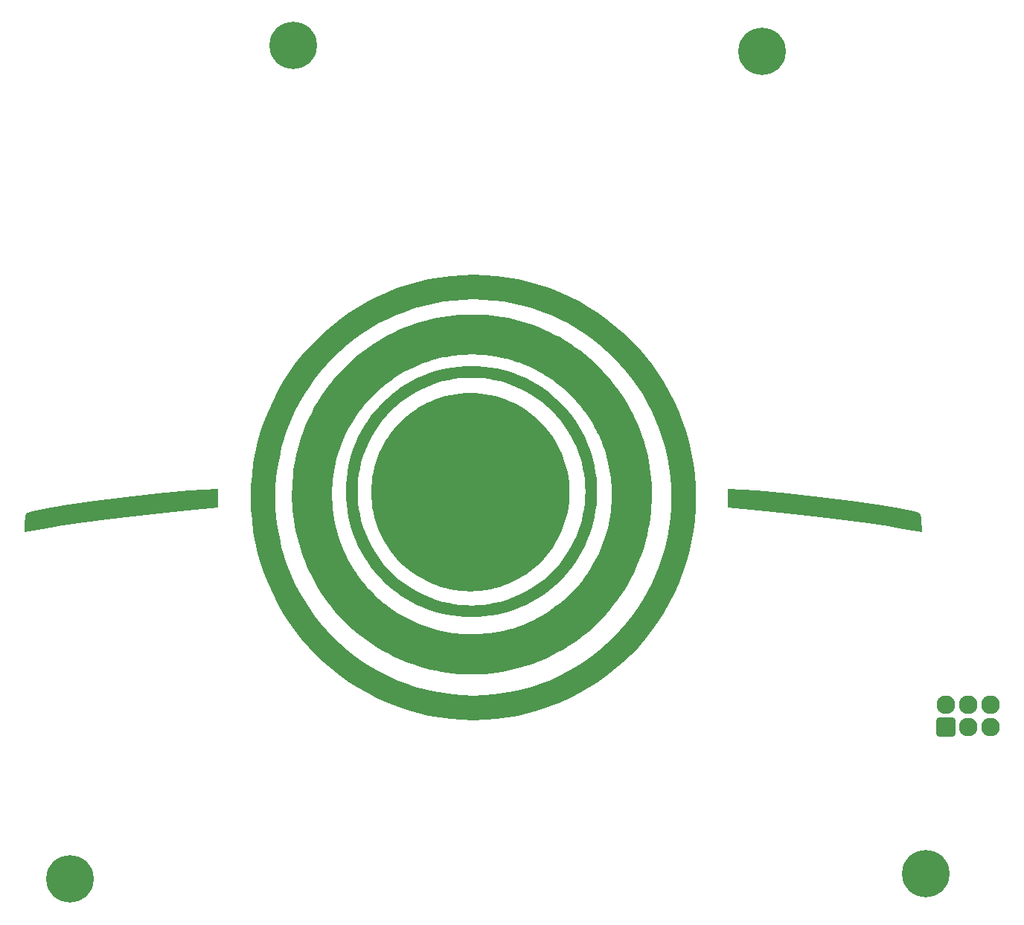
<source format=gbr>
%TF.GenerationSoftware,KiCad,Pcbnew,9.0.3*%
%TF.CreationDate,2026-01-04T11:16:32-06:00*%
%TF.ProjectId,CC14_Outer,43433134-5f4f-4757-9465-722e6b696361,v1*%
%TF.SameCoordinates,Original*%
%TF.FileFunction,Soldermask,Top*%
%TF.FilePolarity,Negative*%
%FSLAX46Y46*%
G04 Gerber Fmt 4.6, Leading zero omitted, Abs format (unit mm)*
G04 Created by KiCad (PCBNEW 9.0.3) date 2026-01-04 11:16:32*
%MOMM*%
%LPD*%
G01*
G04 APERTURE LIST*
G04 Aperture macros list*
%AMRoundRect*
0 Rectangle with rounded corners*
0 $1 Rounding radius*
0 $2 $3 $4 $5 $6 $7 $8 $9 X,Y pos of 4 corners*
0 Add a 4 corners polygon primitive as box body*
4,1,4,$2,$3,$4,$5,$6,$7,$8,$9,$2,$3,0*
0 Add four circle primitives for the rounded corners*
1,1,$1+$1,$2,$3*
1,1,$1+$1,$4,$5*
1,1,$1+$1,$6,$7*
1,1,$1+$1,$8,$9*
0 Add four rect primitives between the rounded corners*
20,1,$1+$1,$2,$3,$4,$5,0*
20,1,$1+$1,$4,$5,$6,$7,0*
20,1,$1+$1,$6,$7,$8,$9,0*
20,1,$1+$1,$8,$9,$2,$3,0*%
G04 Aperture macros list end*
%ADD10C,0.000000*%
%ADD11C,5.400000*%
%ADD12O,2.127200X2.127200*%
%ADD13RoundRect,0.200000X-0.863600X0.863600X-0.863600X-0.863600X0.863600X-0.863600X0.863600X0.863600X0*%
%ADD14C,2.127200*%
G04 APERTURE END LIST*
D10*
G36*
X96356163Y-95568133D02*
G01*
X96974217Y-95590018D01*
X97591345Y-95630483D01*
X98206988Y-95689454D01*
X98820585Y-95766858D01*
X99431578Y-95862622D01*
X100039407Y-95976673D01*
X100643513Y-96108938D01*
X101243335Y-96259344D01*
X101838314Y-96427817D01*
X102427891Y-96614284D01*
X103011506Y-96818673D01*
X103588600Y-97040910D01*
X104158613Y-97280922D01*
X104720986Y-97538636D01*
X105343639Y-97847559D01*
X105955158Y-98177747D01*
X106554951Y-98528676D01*
X107142428Y-98899822D01*
X107716997Y-99290662D01*
X108278065Y-99700671D01*
X108825042Y-100129327D01*
X109357336Y-100576105D01*
X109874355Y-101040482D01*
X110375508Y-101521934D01*
X110860204Y-102019937D01*
X111327850Y-102533968D01*
X111777855Y-103063502D01*
X112209627Y-103608018D01*
X112622576Y-104166989D01*
X113016109Y-104739893D01*
X113357894Y-105273039D01*
X113682759Y-105816617D01*
X113990485Y-106370058D01*
X114280852Y-106932797D01*
X114553644Y-107504264D01*
X114808640Y-108083893D01*
X115045624Y-108671117D01*
X115264376Y-109265366D01*
X115464678Y-109866076D01*
X115646313Y-110472677D01*
X115809060Y-111084602D01*
X115952702Y-111701284D01*
X116077021Y-112322155D01*
X116181798Y-112946649D01*
X116266814Y-113574196D01*
X116331852Y-114204231D01*
X116379526Y-114851159D01*
X116406650Y-115499284D01*
X116413284Y-116147959D01*
X116399489Y-116796539D01*
X116365324Y-117444377D01*
X116310852Y-118090827D01*
X116236131Y-118735244D01*
X116141224Y-119376980D01*
X116026189Y-120015391D01*
X115891088Y-120649829D01*
X115735981Y-121279649D01*
X115560929Y-121904206D01*
X115365992Y-122522852D01*
X115151231Y-123134942D01*
X114916706Y-123739829D01*
X114662478Y-124336868D01*
X114364232Y-124979282D01*
X114043590Y-125610690D01*
X113701092Y-126230451D01*
X113337280Y-126837925D01*
X112952693Y-127432474D01*
X112547875Y-128013458D01*
X112123364Y-128580236D01*
X111679703Y-129132169D01*
X111217431Y-129668617D01*
X110737091Y-130188941D01*
X110239223Y-130692500D01*
X109724368Y-131178655D01*
X109193067Y-131646767D01*
X108645861Y-132096195D01*
X108083290Y-132526300D01*
X107505897Y-132936442D01*
X106942022Y-133310274D01*
X106365915Y-133664851D01*
X105778274Y-133999913D01*
X105179797Y-134315205D01*
X104571179Y-134610466D01*
X103953120Y-134885441D01*
X103326315Y-135139870D01*
X102691463Y-135373497D01*
X102049260Y-135586064D01*
X101400404Y-135777312D01*
X100745592Y-135946985D01*
X100085522Y-136094824D01*
X99420890Y-136220571D01*
X98752394Y-136323969D01*
X98080731Y-136404760D01*
X97406599Y-136462686D01*
X97191557Y-136476946D01*
X96976377Y-136488861D01*
X96545703Y-136505864D01*
X96114762Y-136514119D01*
X95683740Y-136514048D01*
X95040104Y-136496741D01*
X94397385Y-136458926D01*
X93756204Y-136400750D01*
X93117181Y-136322358D01*
X92480940Y-136223896D01*
X91848099Y-136105509D01*
X91219281Y-135967344D01*
X90595107Y-135809547D01*
X89976198Y-135632262D01*
X89363175Y-135435637D01*
X88756659Y-135219816D01*
X88157272Y-134984945D01*
X87565634Y-134731171D01*
X86982366Y-134458639D01*
X86408091Y-134167495D01*
X85843428Y-133857884D01*
X85230774Y-133496204D01*
X84631323Y-133113212D01*
X84045672Y-132709507D01*
X83474421Y-132285689D01*
X82918169Y-131842357D01*
X82377514Y-131380108D01*
X81853056Y-130899543D01*
X81345394Y-130401260D01*
X80855126Y-129885858D01*
X80382851Y-129353937D01*
X79929169Y-128806094D01*
X79494678Y-128242930D01*
X79079977Y-127665043D01*
X78685665Y-127073032D01*
X78312341Y-126467496D01*
X77960604Y-125849033D01*
X77677371Y-125312500D01*
X77410506Y-124767709D01*
X77160143Y-124215176D01*
X76926420Y-123655417D01*
X76709471Y-123088947D01*
X76509432Y-122516281D01*
X76326440Y-121937937D01*
X76160630Y-121354429D01*
X76012137Y-120766273D01*
X75881098Y-120173985D01*
X75767647Y-119578081D01*
X75671922Y-118979076D01*
X75594057Y-118377486D01*
X75534189Y-117773828D01*
X75492453Y-117168615D01*
X75468984Y-116562366D01*
X75464070Y-116097144D01*
X80026431Y-116097144D01*
X80028556Y-116307129D01*
X80030428Y-116409070D01*
X80033003Y-116499545D01*
X80039525Y-116695625D01*
X80048474Y-116891605D01*
X80059841Y-117087457D01*
X80073620Y-117283153D01*
X80089804Y-117478666D01*
X80108385Y-117673968D01*
X80129357Y-117869031D01*
X80152713Y-118063827D01*
X80159127Y-118109692D01*
X80167274Y-118171549D01*
X80176225Y-118238641D01*
X80185053Y-118300211D01*
X80260203Y-118778722D01*
X80350210Y-119254598D01*
X80454903Y-119727419D01*
X80574110Y-120196772D01*
X80707661Y-120662237D01*
X80855384Y-121123400D01*
X81017108Y-121579843D01*
X81192661Y-122031150D01*
X81381872Y-122476904D01*
X81584570Y-122916689D01*
X81800583Y-123350088D01*
X82029741Y-123776684D01*
X82271872Y-124196061D01*
X82526805Y-124607802D01*
X82794367Y-125011491D01*
X83074389Y-125406711D01*
X83301027Y-125710099D01*
X83534859Y-126007947D01*
X83775728Y-126300115D01*
X84023476Y-126586463D01*
X84277946Y-126866851D01*
X84538980Y-127141139D01*
X84806420Y-127409187D01*
X85080109Y-127670854D01*
X85359890Y-127926002D01*
X85645605Y-128174490D01*
X85937097Y-128416177D01*
X86234207Y-128650924D01*
X86536779Y-128878591D01*
X86844655Y-129099038D01*
X87157678Y-129312125D01*
X87475689Y-129517712D01*
X87562380Y-129571577D01*
X87659563Y-129631238D01*
X87753220Y-129688139D01*
X87829335Y-129733723D01*
X88306353Y-130005775D01*
X88792523Y-130261107D01*
X89287242Y-130499447D01*
X89789910Y-130720526D01*
X90299924Y-130924073D01*
X90816684Y-131109818D01*
X91339586Y-131277491D01*
X91868031Y-131426821D01*
X92098273Y-131485851D01*
X92521229Y-131584339D01*
X92946716Y-131671135D01*
X93374413Y-131746247D01*
X93803999Y-131809686D01*
X94235151Y-131861462D01*
X94667549Y-131901586D01*
X95100871Y-131930066D01*
X95534796Y-131946915D01*
X95638555Y-131949005D01*
X95701949Y-131950051D01*
X95750684Y-131950477D01*
X95938233Y-131951933D01*
X95938232Y-131951932D01*
X95938230Y-131951930D01*
X95938229Y-131951928D01*
X95938227Y-131951927D01*
X95938226Y-131951925D01*
X95938225Y-131951923D01*
X95938223Y-131951920D01*
X95938221Y-131951917D01*
X95938220Y-131951914D01*
X95938219Y-131951910D01*
X95938218Y-131951907D01*
X95938217Y-131951904D01*
X95938217Y-131951900D01*
X95938216Y-131951897D01*
X95938216Y-131951894D01*
X95938216Y-131951891D01*
X95938216Y-131951887D01*
X95938216Y-131951881D01*
X96450422Y-131944244D01*
X96962093Y-131919955D01*
X97472705Y-131879119D01*
X97981736Y-131821841D01*
X98488662Y-131748223D01*
X98992960Y-131658371D01*
X99494107Y-131552389D01*
X99991581Y-131430381D01*
X100484859Y-131292452D01*
X100973416Y-131138706D01*
X101456731Y-130969247D01*
X101934281Y-130784180D01*
X102405542Y-130583609D01*
X102869991Y-130367638D01*
X103327106Y-130136371D01*
X103776363Y-129889914D01*
X104227454Y-129624537D01*
X104669395Y-129344316D01*
X105101787Y-129049639D01*
X105524231Y-128740895D01*
X105936325Y-128418471D01*
X106337671Y-128082758D01*
X106727868Y-127734143D01*
X107106515Y-127373015D01*
X107473214Y-126999762D01*
X107827564Y-126614773D01*
X108169165Y-126218437D01*
X108497618Y-125811142D01*
X108812521Y-125393277D01*
X109113476Y-124965231D01*
X109400081Y-124527391D01*
X109671938Y-124080147D01*
X109919531Y-123643746D01*
X110152791Y-123199625D01*
X110371596Y-122748268D01*
X110575824Y-122290160D01*
X110765352Y-121825786D01*
X110940059Y-121355632D01*
X111099823Y-120880181D01*
X111244522Y-120399920D01*
X111374034Y-119915333D01*
X111488236Y-119426904D01*
X111587007Y-118935120D01*
X111670224Y-118440464D01*
X111737767Y-117943423D01*
X111789512Y-117444480D01*
X111825337Y-116944121D01*
X111845122Y-116442831D01*
X111847096Y-116333128D01*
X111849017Y-116199709D01*
X111849339Y-116054313D01*
X111848800Y-115908921D01*
X111847396Y-115763533D01*
X111845122Y-115618147D01*
X111843391Y-115577715D01*
X111841147Y-115511200D01*
X111837489Y-115396766D01*
X111815629Y-114978337D01*
X111782657Y-114560645D01*
X111738632Y-114143975D01*
X111683613Y-113728614D01*
X111617662Y-113314848D01*
X111540836Y-112902964D01*
X111453197Y-112493247D01*
X111354804Y-112085984D01*
X111245717Y-111681462D01*
X111125996Y-111279966D01*
X110995700Y-110881783D01*
X110854890Y-110487199D01*
X110703624Y-110096501D01*
X110541964Y-109709975D01*
X110369969Y-109327906D01*
X110187698Y-108950582D01*
X110137360Y-108850925D01*
X110106461Y-108790418D01*
X110077586Y-108734606D01*
X109931879Y-108459423D01*
X109780762Y-108187187D01*
X109624308Y-107917991D01*
X109462590Y-107651929D01*
X109295681Y-107389095D01*
X109123653Y-107129583D01*
X108946580Y-106873487D01*
X108764534Y-106620900D01*
X108577588Y-106371918D01*
X108385815Y-106126632D01*
X108189288Y-105885138D01*
X107988079Y-105647529D01*
X107782262Y-105413899D01*
X107571909Y-105184342D01*
X107357094Y-104958952D01*
X107137888Y-104737823D01*
X107106138Y-104706600D01*
X107059440Y-104661173D01*
X106961710Y-104566190D01*
X106656820Y-104280479D01*
X106344521Y-104002895D01*
X106025047Y-103733603D01*
X105698633Y-103472768D01*
X105365515Y-103220552D01*
X105025927Y-102977122D01*
X104680104Y-102742640D01*
X104328282Y-102517272D01*
X103970694Y-102301181D01*
X103607576Y-102094533D01*
X103239163Y-101897490D01*
X102865690Y-101710219D01*
X102487391Y-101532882D01*
X102104502Y-101365645D01*
X101717258Y-101208671D01*
X101325893Y-101062125D01*
X101116164Y-100988987D01*
X100507975Y-100793836D01*
X99892434Y-100623442D01*
X99270550Y-100477942D01*
X98643335Y-100357471D01*
X98011799Y-100262164D01*
X97376953Y-100192159D01*
X96739808Y-100147590D01*
X96101373Y-100128593D01*
X96056181Y-100128714D01*
X95998494Y-100128365D01*
X95936533Y-100128094D01*
X95878519Y-100128452D01*
X95589806Y-100132194D01*
X95445476Y-100135381D01*
X95301185Y-100140332D01*
X95195129Y-100144971D01*
X95069556Y-100150913D01*
X94722671Y-100173390D01*
X94376364Y-100203451D01*
X94030799Y-100241069D01*
X93686139Y-100286214D01*
X93342547Y-100338860D01*
X93000186Y-100398978D01*
X92659220Y-100466539D01*
X92319811Y-100541516D01*
X91982123Y-100623881D01*
X91646319Y-100713605D01*
X91312562Y-100810660D01*
X90981015Y-100915018D01*
X90651842Y-101026651D01*
X90325206Y-101145531D01*
X90001269Y-101271629D01*
X89680195Y-101404918D01*
X89638271Y-101423667D01*
X89578645Y-101449772D01*
X89454287Y-101504115D01*
X88873885Y-101776888D01*
X88305423Y-102073347D01*
X87749650Y-102392789D01*
X87207320Y-102734512D01*
X86679184Y-103097814D01*
X86165994Y-103481992D01*
X85668502Y-103886346D01*
X85187460Y-104310172D01*
X84723619Y-104752769D01*
X84277732Y-105213435D01*
X83850550Y-105691467D01*
X83442825Y-106186163D01*
X83055309Y-106696822D01*
X82688754Y-107222741D01*
X82343911Y-107763219D01*
X82021533Y-108317552D01*
X81787955Y-108752894D01*
X81568349Y-109195380D01*
X81362833Y-109644547D01*
X81171523Y-110099932D01*
X80994538Y-110561073D01*
X80831993Y-111027505D01*
X80684006Y-111498767D01*
X80550695Y-111974395D01*
X80432175Y-112453925D01*
X80328566Y-112936896D01*
X80239983Y-113422843D01*
X80166545Y-113911304D01*
X80108367Y-114401817D01*
X80065567Y-114893916D01*
X80038263Y-115387141D01*
X80026572Y-115881027D01*
X80026431Y-116097144D01*
X75464070Y-116097144D01*
X75462284Y-115928022D01*
X75475361Y-115293783D01*
X75508118Y-114660249D01*
X75560458Y-114028024D01*
X75632284Y-113397708D01*
X75723496Y-112769904D01*
X75833999Y-112145214D01*
X75963694Y-111524239D01*
X76112484Y-110907583D01*
X76280271Y-110295846D01*
X76466958Y-109689630D01*
X76672447Y-109089539D01*
X76896641Y-108496173D01*
X77139442Y-107910134D01*
X77400752Y-107332025D01*
X77680474Y-106762448D01*
X78013697Y-106134320D01*
X78368848Y-105518447D01*
X78745348Y-104915448D01*
X79142620Y-104325942D01*
X79560084Y-103750547D01*
X79997161Y-103189882D01*
X80453273Y-102644565D01*
X80927842Y-102115214D01*
X81420288Y-101602450D01*
X81930033Y-101106889D01*
X82456498Y-100629150D01*
X82999104Y-100169853D01*
X83557273Y-99729615D01*
X84130426Y-99309055D01*
X84717984Y-98908792D01*
X85319369Y-98529444D01*
X85877021Y-98202137D01*
X86444877Y-97893011D01*
X87022316Y-97602257D01*
X87608720Y-97330063D01*
X88203470Y-97076619D01*
X88805947Y-96842114D01*
X89415532Y-96626738D01*
X90031605Y-96430680D01*
X90653549Y-96254130D01*
X91280743Y-96097276D01*
X91912569Y-95960308D01*
X92548409Y-95843417D01*
X93187642Y-95746790D01*
X93829650Y-95670617D01*
X94473814Y-95615089D01*
X95119514Y-95580393D01*
X95737742Y-95564900D01*
X96356163Y-95568133D01*
G37*
G36*
X97408114Y-91090892D02*
G01*
X98694341Y-91188698D01*
X99961867Y-91349764D01*
X101209101Y-91572498D01*
X102434452Y-91855309D01*
X103636328Y-92196604D01*
X104813137Y-92594794D01*
X105963289Y-93048287D01*
X107085192Y-93555490D01*
X108177254Y-94114814D01*
X109237885Y-94724667D01*
X110265492Y-95383456D01*
X111258485Y-96089592D01*
X112215272Y-96841482D01*
X113134262Y-97637535D01*
X114013863Y-98476161D01*
X114852485Y-99355767D01*
X115648534Y-100274762D01*
X116400421Y-101231555D01*
X117106554Y-102224555D01*
X117765341Y-103252170D01*
X118375192Y-104312809D01*
X118934514Y-105404880D01*
X119441717Y-106526793D01*
X119895208Y-107676955D01*
X120293397Y-108853776D01*
X120634692Y-110055664D01*
X120917502Y-111281028D01*
X121140236Y-112528277D01*
X121301302Y-113795818D01*
X121399108Y-115082062D01*
X121432064Y-116385416D01*
X121399108Y-117688752D01*
X121301302Y-118974979D01*
X121140236Y-120242505D01*
X120917502Y-121489740D01*
X120634692Y-122715090D01*
X120293397Y-123916966D01*
X119895208Y-125093775D01*
X119441717Y-126243927D01*
X118934514Y-127365830D01*
X118375192Y-128457892D01*
X117765341Y-129518523D01*
X117106554Y-130546131D01*
X116400421Y-131539124D01*
X115648534Y-132495911D01*
X114852485Y-133414900D01*
X114013863Y-134294502D01*
X113134262Y-135133123D01*
X112215272Y-135929173D01*
X111258485Y-136681059D01*
X110265492Y-137387192D01*
X109237885Y-138045980D01*
X108177254Y-138655830D01*
X107085192Y-139215152D01*
X105963289Y-139722355D01*
X104813137Y-140175846D01*
X103636328Y-140574035D01*
X102434452Y-140915331D01*
X101209101Y-141198141D01*
X99961867Y-141420874D01*
X98694341Y-141581940D01*
X97408114Y-141679746D01*
X96104778Y-141712702D01*
X94801440Y-141679746D01*
X93515213Y-141581940D01*
X92247686Y-141420874D01*
X91000451Y-141198141D01*
X89775100Y-140915331D01*
X88573224Y-140574035D01*
X87396414Y-140175846D01*
X86246262Y-139722355D01*
X85124359Y-139215152D01*
X84032297Y-138655830D01*
X82971666Y-138045980D01*
X81944059Y-137387192D01*
X80951066Y-136681059D01*
X79994279Y-135929173D01*
X79075289Y-135133123D01*
X78195688Y-134294502D01*
X77357067Y-133414900D01*
X76561018Y-132495911D01*
X75809131Y-131539124D01*
X75102999Y-130546131D01*
X74444212Y-129518523D01*
X73834361Y-128457892D01*
X73275039Y-127365830D01*
X72767837Y-126243927D01*
X72314346Y-125093775D01*
X71916157Y-123916966D01*
X71574862Y-122715090D01*
X71292052Y-121489740D01*
X71069319Y-120242505D01*
X70908253Y-118974979D01*
X70810447Y-117688752D01*
X70777491Y-116385416D01*
X70777491Y-116385398D01*
X73577571Y-116385398D01*
X73606884Y-117544643D01*
X73693877Y-118688671D01*
X73837136Y-119816065D01*
X74035246Y-120925410D01*
X74286790Y-122015292D01*
X74590353Y-123084293D01*
X74944521Y-124131000D01*
X75347876Y-125153996D01*
X75799005Y-126151866D01*
X76296491Y-127123195D01*
X76838920Y-128066567D01*
X77424875Y-128980567D01*
X78052941Y-129863779D01*
X78721703Y-130714788D01*
X79429745Y-131532178D01*
X80175652Y-132314535D01*
X80958008Y-133060442D01*
X81775399Y-133768484D01*
X82626407Y-134437246D01*
X83509619Y-135065312D01*
X84423619Y-135651266D01*
X85366990Y-136193695D01*
X86338319Y-136691181D01*
X87336188Y-137142309D01*
X88359184Y-137545665D01*
X89405890Y-137899832D01*
X90474891Y-138203395D01*
X91564771Y-138454939D01*
X92674115Y-138653048D01*
X93801508Y-138796307D01*
X94945534Y-138883301D01*
X96104778Y-138912613D01*
X97264022Y-138883301D01*
X98408049Y-138796307D01*
X99535445Y-138653048D01*
X100644792Y-138454939D01*
X101734677Y-138203395D01*
X102803682Y-137899832D01*
X103850394Y-137545665D01*
X104873395Y-137142309D01*
X105871272Y-136691181D01*
X106842607Y-136193695D01*
X107785987Y-135651267D01*
X108699994Y-135065313D01*
X109583214Y-134437247D01*
X110434231Y-133768485D01*
X111251630Y-133060444D01*
X112033995Y-132314537D01*
X112779911Y-131532181D01*
X113487962Y-130714791D01*
X114156732Y-129863783D01*
X114784806Y-128980571D01*
X115370769Y-128066572D01*
X115913205Y-127123201D01*
X116410699Y-126151873D01*
X116861834Y-125154003D01*
X117265196Y-124131008D01*
X117619369Y-123084303D01*
X117922937Y-122015302D01*
X118174486Y-120925422D01*
X118372598Y-119816078D01*
X118515860Y-118688685D01*
X118602855Y-117544659D01*
X118632168Y-116385416D01*
X118602855Y-115226154D01*
X118515860Y-114082112D01*
X118372598Y-112954704D01*
X118174486Y-111845345D01*
X117922937Y-110755451D01*
X117619369Y-109686438D01*
X117265196Y-108639720D01*
X116861834Y-107616714D01*
X116410699Y-106618834D01*
X115913205Y-105647496D01*
X115370769Y-104704116D01*
X114784806Y-103790109D01*
X114156732Y-102906890D01*
X113487962Y-102055874D01*
X112779911Y-101238478D01*
X112033995Y-100456117D01*
X111251630Y-99710205D01*
X110434231Y-99002159D01*
X109583214Y-98333393D01*
X108699994Y-97705324D01*
X107785987Y-97119366D01*
X106842607Y-96576936D01*
X105871272Y-96079447D01*
X104873395Y-95628317D01*
X103850394Y-95224960D01*
X102803682Y-94870792D01*
X101734677Y-94567228D01*
X100644792Y-94315683D01*
X99535445Y-94117573D01*
X98408049Y-93974314D01*
X97264022Y-93887320D01*
X96104778Y-93858008D01*
X94945534Y-93887320D01*
X93801508Y-93974314D01*
X92674115Y-94117573D01*
X91564771Y-94315683D01*
X90474891Y-94567228D01*
X89405890Y-94870792D01*
X88359184Y-95224960D01*
X87336188Y-95628317D01*
X86338319Y-96079447D01*
X85366990Y-96576935D01*
X84423619Y-97119366D01*
X83509619Y-97705323D01*
X82626407Y-98333392D01*
X81775399Y-99002157D01*
X80958008Y-99710203D01*
X80175652Y-100456114D01*
X79429745Y-101238476D01*
X78721703Y-102055871D01*
X78052941Y-102906886D01*
X77424875Y-103790104D01*
X76838920Y-104704111D01*
X76296491Y-105647491D01*
X75799005Y-106618827D01*
X75347876Y-107616706D01*
X74944521Y-108639712D01*
X74590353Y-109686428D01*
X74286790Y-110755441D01*
X74035246Y-111845333D01*
X73837136Y-112954691D01*
X73693877Y-114082097D01*
X73606884Y-115226138D01*
X73577571Y-116385398D01*
X70777491Y-116385398D01*
X70810447Y-115082060D01*
X70908253Y-113795815D01*
X71069319Y-112528273D01*
X71292052Y-111281023D01*
X71574862Y-110055658D01*
X71916157Y-108853769D01*
X72314346Y-107676948D01*
X72767837Y-106526785D01*
X73275039Y-105404872D01*
X73834361Y-104312801D01*
X74444212Y-103252162D01*
X75102999Y-102224547D01*
X75809131Y-101231548D01*
X76561018Y-100274755D01*
X77357067Y-99355760D01*
X78195688Y-98476154D01*
X79075289Y-97637529D01*
X79994279Y-96841476D01*
X80951066Y-96089587D01*
X81944059Y-95383452D01*
X82971666Y-94724662D01*
X84032297Y-94114811D01*
X85124359Y-93555487D01*
X86246262Y-93048284D01*
X87396414Y-92594792D01*
X88573224Y-92196603D01*
X89775100Y-91855307D01*
X91000451Y-91572497D01*
X92247686Y-91349764D01*
X93515213Y-91188698D01*
X94801440Y-91090892D01*
X96104778Y-91057936D01*
X97408114Y-91090892D01*
G37*
G36*
X96339409Y-104517363D02*
G01*
X96912284Y-104560925D01*
X97476829Y-104632663D01*
X98032337Y-104731867D01*
X98578098Y-104857828D01*
X99113403Y-105009838D01*
X99637544Y-105187189D01*
X100149812Y-105389170D01*
X100649499Y-105615074D01*
X101135894Y-105864192D01*
X101608291Y-106135815D01*
X102065979Y-106429233D01*
X102508250Y-106743739D01*
X102934395Y-107078624D01*
X103343706Y-107433178D01*
X103735473Y-107806693D01*
X104108988Y-108198460D01*
X104463542Y-108607771D01*
X104798427Y-109033916D01*
X105112933Y-109476187D01*
X105406352Y-109933875D01*
X105677974Y-110406272D01*
X105927092Y-110892667D01*
X106152996Y-111392354D01*
X106354978Y-111904622D01*
X106532328Y-112428763D01*
X106684338Y-112964068D01*
X106810300Y-113509829D01*
X106909503Y-114065337D01*
X106981241Y-114629882D01*
X107024803Y-115202757D01*
X107039481Y-115783252D01*
X107024803Y-116363747D01*
X106981241Y-116936622D01*
X106909503Y-117501167D01*
X106810300Y-118056675D01*
X106684338Y-118602436D01*
X106532328Y-119137741D01*
X106354978Y-119661882D01*
X106152996Y-120174150D01*
X105927092Y-120673837D01*
X105677974Y-121160232D01*
X105406352Y-121632628D01*
X105112933Y-122090317D01*
X104798427Y-122532588D01*
X104463542Y-122958733D01*
X104108988Y-123368044D01*
X103735473Y-123759811D01*
X103343706Y-124133326D01*
X102934395Y-124487880D01*
X102508250Y-124822765D01*
X102065979Y-125137271D01*
X101608291Y-125430689D01*
X101135894Y-125702312D01*
X100649499Y-125951430D01*
X100149812Y-126177334D01*
X99637544Y-126379315D01*
X99113403Y-126556666D01*
X98578098Y-126708676D01*
X98032337Y-126834637D01*
X97476829Y-126933841D01*
X96912284Y-127005579D01*
X96339409Y-127049141D01*
X95758914Y-127063819D01*
X95178419Y-127049141D01*
X94605545Y-127005579D01*
X94040999Y-126933841D01*
X93485492Y-126834637D01*
X92939731Y-126708676D01*
X92404425Y-126556666D01*
X91880284Y-126379315D01*
X91368016Y-126177334D01*
X90868330Y-125951430D01*
X90381934Y-125702312D01*
X89909538Y-125430689D01*
X89451850Y-125137271D01*
X89009579Y-124822765D01*
X88583433Y-124487880D01*
X88174123Y-124133326D01*
X87782355Y-123759811D01*
X87408840Y-123368044D01*
X87054286Y-122958733D01*
X86719401Y-122532588D01*
X86404895Y-122090317D01*
X86111477Y-121632628D01*
X85839854Y-121160232D01*
X85590736Y-120673837D01*
X85364832Y-120174150D01*
X85162851Y-119661882D01*
X84985501Y-119137741D01*
X84833490Y-118602436D01*
X84707529Y-118056675D01*
X84608325Y-117501167D01*
X84536587Y-116936622D01*
X84493025Y-116363747D01*
X84478347Y-115783252D01*
X84493025Y-115202757D01*
X84536587Y-114629882D01*
X84608325Y-114065337D01*
X84707529Y-113509829D01*
X84833490Y-112964068D01*
X84985501Y-112428763D01*
X85162851Y-111904622D01*
X85364832Y-111392354D01*
X85590736Y-110892667D01*
X85839854Y-110406272D01*
X86111477Y-109933875D01*
X86404895Y-109476187D01*
X86719401Y-109033916D01*
X87054286Y-108607771D01*
X87408840Y-108198460D01*
X87782355Y-107806693D01*
X88174123Y-107433178D01*
X88583433Y-107078624D01*
X89009579Y-106743739D01*
X89451850Y-106429233D01*
X89909538Y-106135815D01*
X90381934Y-105864192D01*
X90868330Y-105615074D01*
X91368016Y-105389170D01*
X91880284Y-105187189D01*
X92404425Y-105009838D01*
X92939731Y-104857828D01*
X93485492Y-104731867D01*
X94040999Y-104632663D01*
X94605545Y-104560925D01*
X95178419Y-104517363D01*
X95758914Y-104502685D01*
X96339409Y-104517363D01*
G37*
G36*
X128374389Y-115625098D02*
G01*
X131940762Y-115935485D01*
X135562277Y-116330268D01*
X139022479Y-116770555D01*
X142104913Y-117217450D01*
X144593123Y-117632059D01*
X146270655Y-117975487D01*
X146737773Y-118108354D01*
X146921052Y-118208840D01*
X146949560Y-118290844D01*
X146975337Y-118383372D01*
X146998502Y-118485557D01*
X147019175Y-118596534D01*
X147037476Y-118715438D01*
X147053526Y-118841403D01*
X147079351Y-119111053D01*
X147097609Y-119398559D01*
X147109261Y-119696998D01*
X147115266Y-119999443D01*
X147116585Y-120298971D01*
X145060547Y-119945939D01*
X142805818Y-119586647D01*
X140351483Y-119225747D01*
X137696630Y-118867893D01*
X134840344Y-118517739D01*
X131781711Y-118179936D01*
X128519818Y-117859139D01*
X125053750Y-117560000D01*
X125079615Y-115438003D01*
X128374389Y-115625098D01*
G37*
G36*
X67080000Y-117560000D02*
G01*
X63613932Y-117859139D01*
X60352038Y-118179936D01*
X57293406Y-118517739D01*
X54437119Y-118867893D01*
X51782266Y-119225747D01*
X49327932Y-119586647D01*
X47073203Y-119945939D01*
X45017165Y-120298971D01*
X45018484Y-119999443D01*
X45024489Y-119696998D01*
X45036140Y-119398559D01*
X45054398Y-119111053D01*
X45080223Y-118841403D01*
X45096273Y-118715438D01*
X45114574Y-118596534D01*
X45135248Y-118485557D01*
X45158413Y-118383372D01*
X45184189Y-118290844D01*
X45212698Y-118208840D01*
X45395976Y-118108354D01*
X45863095Y-117975487D01*
X47540626Y-117632059D01*
X50028837Y-117217450D01*
X53111271Y-116770555D01*
X56571473Y-116330268D01*
X60192987Y-115935485D01*
X63759360Y-115625098D01*
X67054134Y-115438003D01*
X67080000Y-117560000D01*
G37*
G36*
X96620008Y-101434050D02*
G01*
X97346082Y-101489261D01*
X98061600Y-101580181D01*
X98765663Y-101705913D01*
X99457371Y-101865557D01*
X100135828Y-102058215D01*
X100800135Y-102282990D01*
X101449393Y-102538982D01*
X102082705Y-102825294D01*
X102699171Y-103141027D01*
X103297894Y-103485282D01*
X103877975Y-103857162D01*
X104438516Y-104255767D01*
X104978619Y-104680201D01*
X105497385Y-105129563D01*
X105993916Y-105602957D01*
X106467314Y-106099483D01*
X106916680Y-106618244D01*
X107341117Y-107158341D01*
X107739725Y-107718875D01*
X108111607Y-108298949D01*
X108455865Y-108897664D01*
X108771599Y-109514121D01*
X109057912Y-110147422D01*
X109313905Y-110796670D01*
X109538680Y-111460965D01*
X109731340Y-112139410D01*
X109890984Y-112831105D01*
X110016716Y-113535153D01*
X110107636Y-114250656D01*
X110162847Y-114976714D01*
X110181451Y-115712430D01*
X110162847Y-116448163D01*
X110107636Y-117174238D01*
X110016716Y-117889756D01*
X109890984Y-118593819D01*
X109731340Y-119285528D01*
X109538680Y-119963986D01*
X109313905Y-120628293D01*
X109057912Y-121277552D01*
X108771599Y-121910864D01*
X108455865Y-122527330D01*
X108111607Y-123126054D01*
X107739725Y-123706136D01*
X107341117Y-124266678D01*
X106916680Y-124806781D01*
X106467314Y-125325548D01*
X105993916Y-125822080D01*
X105497385Y-126295479D01*
X104978619Y-126744846D01*
X104438516Y-127169284D01*
X103877975Y-127567893D01*
X103297894Y-127939776D01*
X102699171Y-128284034D01*
X102082705Y-128599769D01*
X101449393Y-128886082D01*
X100800135Y-129142076D01*
X100135828Y-129366852D01*
X99457371Y-129559511D01*
X98765663Y-129719156D01*
X98061600Y-129844888D01*
X97346082Y-129935809D01*
X96620008Y-129991020D01*
X95884274Y-130009624D01*
X95148542Y-129991020D01*
X94422467Y-129935809D01*
X93706950Y-129844888D01*
X93002888Y-129719156D01*
X92311179Y-129559511D01*
X91632723Y-129366852D01*
X90968416Y-129142076D01*
X90319158Y-128886082D01*
X89685846Y-128599769D01*
X89069380Y-128284034D01*
X88470656Y-127939776D01*
X87890575Y-127567893D01*
X87330033Y-127169284D01*
X86789930Y-126744846D01*
X86271163Y-126295479D01*
X85774632Y-125822080D01*
X85301233Y-125325548D01*
X84851866Y-124806781D01*
X84427429Y-124266678D01*
X84028819Y-123706136D01*
X83656937Y-123126054D01*
X83312679Y-122527330D01*
X82996944Y-121910864D01*
X82710630Y-121277552D01*
X82454637Y-120628293D01*
X82229861Y-119963986D01*
X82037201Y-119285528D01*
X81877556Y-118593819D01*
X81751824Y-117889756D01*
X81660904Y-117174238D01*
X81605692Y-116448163D01*
X81587089Y-115712430D01*
X82930139Y-115712430D01*
X82946995Y-116379043D01*
X82997020Y-117036906D01*
X83079401Y-117685204D01*
X83193323Y-118323124D01*
X83337973Y-118949852D01*
X83512536Y-119564573D01*
X83716199Y-120166474D01*
X83948147Y-120754741D01*
X84207567Y-121328560D01*
X84493644Y-121887116D01*
X84805565Y-122429596D01*
X85142516Y-122955186D01*
X85503683Y-123463072D01*
X85888251Y-123952440D01*
X86295408Y-124422476D01*
X86724338Y-124872366D01*
X87174228Y-125301297D01*
X87644264Y-125708453D01*
X88133632Y-126093021D01*
X88641518Y-126454188D01*
X89167108Y-126791139D01*
X89709588Y-127103060D01*
X90268144Y-127389137D01*
X90841963Y-127648557D01*
X91430230Y-127880505D01*
X92032131Y-128084168D01*
X92646852Y-128258731D01*
X93273580Y-128403381D01*
X93911500Y-128517303D01*
X94559798Y-128599684D01*
X95217661Y-128649709D01*
X95884274Y-128666565D01*
X96550888Y-128649709D01*
X97208750Y-128599684D01*
X97857049Y-128517303D01*
X98494969Y-128403381D01*
X99121697Y-128258731D01*
X99736418Y-128084168D01*
X100338319Y-127880505D01*
X100926586Y-127648557D01*
X101500404Y-127389137D01*
X102058960Y-127103060D01*
X102601441Y-126791139D01*
X103127031Y-126454188D01*
X103634917Y-126093021D01*
X104124285Y-125708453D01*
X104594321Y-125301297D01*
X105044211Y-124872366D01*
X105473141Y-124422476D01*
X105880297Y-123952440D01*
X106264866Y-123463072D01*
X106626032Y-122955186D01*
X106962983Y-122429596D01*
X107274904Y-121887116D01*
X107560982Y-121328560D01*
X107820402Y-120754741D01*
X108052350Y-120166474D01*
X108256013Y-119564573D01*
X108430576Y-118949852D01*
X108575225Y-118323124D01*
X108689147Y-117685204D01*
X108771528Y-117036906D01*
X108821553Y-116379043D01*
X108838409Y-115712430D01*
X108821553Y-115045819D01*
X108771528Y-114387959D01*
X108689147Y-113739664D01*
X108575225Y-113101749D01*
X108430576Y-112475026D01*
X108256013Y-111860311D01*
X108052350Y-111258416D01*
X107820402Y-110670156D01*
X107560982Y-110096345D01*
X107274904Y-109537796D01*
X106962983Y-108995324D01*
X106626032Y-108469742D01*
X106264866Y-107961865D01*
X105880297Y-107472505D01*
X105473141Y-107002478D01*
X105044211Y-106552596D01*
X104594321Y-106123675D01*
X104124285Y-105716527D01*
X103634917Y-105331967D01*
X103127031Y-104970808D01*
X102601441Y-104633865D01*
X102058960Y-104321951D01*
X101500404Y-104035881D01*
X100926586Y-103776468D01*
X100338319Y-103544526D01*
X99736418Y-103340868D01*
X99121697Y-103166310D01*
X98494969Y-103021664D01*
X97857049Y-102907745D01*
X97208750Y-102825367D01*
X96550888Y-102775343D01*
X95884274Y-102758488D01*
X95217661Y-102775343D01*
X94559798Y-102825367D01*
X93911500Y-102907745D01*
X93273580Y-103021664D01*
X92646852Y-103166310D01*
X92032131Y-103340868D01*
X91430230Y-103544526D01*
X90841963Y-103776468D01*
X90268144Y-104035881D01*
X89709588Y-104321951D01*
X89167108Y-104633865D01*
X88641518Y-104970808D01*
X88133632Y-105331967D01*
X87644264Y-105716527D01*
X87174228Y-106123675D01*
X86724338Y-106552596D01*
X86295408Y-107002478D01*
X85888251Y-107472505D01*
X85503683Y-107961865D01*
X85142516Y-108469742D01*
X84805565Y-108995324D01*
X84493644Y-109537796D01*
X84207567Y-110096345D01*
X83948147Y-110670156D01*
X83716199Y-111258416D01*
X83512536Y-111860311D01*
X83337973Y-112475026D01*
X83193323Y-113101749D01*
X83079401Y-113739664D01*
X82997020Y-114387959D01*
X82946995Y-115045819D01*
X82930139Y-115712430D01*
X81587089Y-115712430D01*
X81605692Y-114976714D01*
X81660904Y-114250656D01*
X81751824Y-113535153D01*
X81877556Y-112831105D01*
X82037201Y-112139410D01*
X82229861Y-111460965D01*
X82454637Y-110796670D01*
X82710630Y-110147422D01*
X82996944Y-109514121D01*
X83312679Y-108897664D01*
X83656937Y-108298949D01*
X84028819Y-107718875D01*
X84427429Y-107158341D01*
X84851866Y-106618244D01*
X85301233Y-106099483D01*
X85774632Y-105602957D01*
X86271163Y-105129563D01*
X86789930Y-104680201D01*
X87330033Y-104255767D01*
X87890575Y-103857162D01*
X88470656Y-103485282D01*
X89069380Y-103141027D01*
X89685846Y-102825294D01*
X90319158Y-102538982D01*
X90968416Y-102282990D01*
X91632723Y-102058215D01*
X92311179Y-101865557D01*
X93002888Y-101705913D01*
X93706950Y-101580181D01*
X94422467Y-101489261D01*
X95148542Y-101434050D01*
X95884274Y-101415446D01*
X96620008Y-101434050D01*
G37*
D11*
%TO.C,*%
X128964360Y-65598400D03*
%TD*%
D12*
%TO.C,X1*%
X149820200Y-139958400D03*
D13*
X149820200Y-142498400D03*
D12*
X152360200Y-139958400D03*
X152360200Y-142498400D03*
D14*
X154900200Y-139958400D03*
X154900200Y-142498400D03*
%TD*%
D11*
%TO.C,*%
X50194360Y-159823400D03*
%TD*%
%TO.C,REF\u002A\u002A*%
X75594360Y-64968401D03*
%TD*%
%TO.C,REF\u002A\u002A*%
X147605000Y-159153484D03*
%TD*%
M02*

</source>
